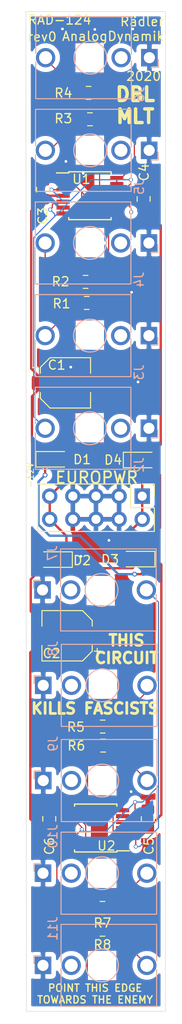
<source format=kicad_pcb>
(kicad_pcb (version 20171130) (host pcbnew "(5.1.2-1)-1")
  (layers (0 F.Cu signal) (31 B.Cu signal) (34 B.Paste user hide) (35 F.Paste user hide) (36 B.SilkS user) (37 F.SilkS user) (38 B.Mask user) (39 F.Mask user) (44 Edge.Cuts user))
  (net 0 "")
  (net 1 VCC)
  (net 2 GND)
  (net 3 VEE)
  (net 4 "Net-(R1-Pad2)")
  (net 5 "Net-(R2-Pad2)")
  (net 6 "Net-(R3-Pad2)")
  (net 7 "Net-(R4-Pad2)")
  (net 8 "Net-(R5-Pad2)")
  (net 9 "Net-(R6-Pad2)")
  (net 10 "Net-(R7-Pad2)")
  (net 11 "Net-(R8-Pad2)")
  (net 12 +12V)
  (net 13 -12V)
  (net 14 /A1Out)
  (net 15 /A2Out)
  (net 16 /A3Out)
  (net 17 /A4Out)
  (net 18 /B1Out)
  (net 19 /B2Out)
  (net 20 /B3Out)
  (net 21 /B4Out)
  (net 22 /AIn)
  (net 23 /BIn)
  (module Resistor_SMD:R_0805_2012Metric_Pad1.15x1.40mm_HandSolder (layer F.Cu) (at 161.2138 102.1842 180)
    (fp_text reference R6 (at 2.9464 -0.0254) (layer F.SilkS))
    (fp_text value 100)
    (pad 2 smd roundrect (at 1.025 0 180) (size 1.15 1.4) (layers F.Cu F.Paste F.Mask) (roundrect_rratio 0.217391) (net 9 "Net-(R6-Pad2)"))
    (pad 1 smd roundrect (at -1.025 0 180) (size 1.15 1.4) (layers F.Cu F.Paste F.Mask) (roundrect_rratio 0.217391) (net 19 /B2Out))
  )
  (module Diode_SMD:D_SOD-323_HandSoldering (layer F.Cu) (at 155.9306 81.788 180)
    (fp_text reference D2 (at -2.9718 -0.1016) (layer F.SilkS))
    (fp_text value D_Small_ALT)
    (pad 2 smd rect (at 1.25 0 180) (size 1 1) (layers F.Cu F.Paste F.Mask) (net 3 VEE))
    (pad 1 smd rect (at -1.25 0 180) (size 1 1) (layers F.Cu F.Paste F.Mask) (net 13 -12V))
  )
  (module Capacitor_SMD:C_0805_2012Metric_Pad1.15x1.40mm_HandSolder (layer F.Cu) (at 154.6098 41.2242 270)
    (fp_text reference C3 (at 2.8956 0.0254 90) (layer F.SilkS))
    (fp_text value 0.1u)
    (pad 2 smd roundrect (at 1.025 0 270) (size 1.15 1.4) (layers F.Cu F.Paste F.Mask) (roundrect_rratio 0.217391) (net 1 VCC))
    (pad 1 smd roundrect (at -1.025 0 270) (size 1.15 1.4) (layers F.Cu F.Paste F.Mask) (roundrect_rratio 0.217391) (net 2 GND))
  )
  (module Diode_SMD:D_SOD-323_HandSoldering (layer F.Cu) (at 155.7274 70.7898)
    (fp_text reference D1 (at 3.175 0.0254) (layer F.SilkS))
    (fp_text value D_Small_ALT)
    (pad 2 smd rect (at 1.25 0) (size 1 1) (layers F.Cu F.Paste F.Mask) (net 12 +12V))
    (pad 1 smd rect (at -1.25 0) (size 1 1) (layers F.Cu F.Paste F.Mask) (net 1 VCC))
  )
  (module Connector_Audio:Jack_3.5mm_QingPu_WQP-PJ398SM_Vertical_CircularHoles (layer B.Cu) (at 154.559 85.1154 270)
    (fp_text reference J7 (at -4.03 -1.08 90) (layer B.SilkS) (effects (justify mirror)))
    (fp_text value BIn)
    (pad T thru_hole circle (at 0 -11.4 90) (size 2.13 2.13) (drill 1.43) (layers *.Cu *.Mask) (net 23 /BIn))
    (pad S thru_hole rect (at 0 0 90) (size 1.93 1.83) (drill 1.22) (layers *.Cu *.Mask) (net 2 GND))
    (pad TN thru_hole circle (at 0 -3.1 90) (size 2.13 2.13) (drill 1.42) (layers *.Cu *.Mask))
  )
  (module Connector_PinHeader_2.54mm:PinHeader_2x05_P2.54mm_Vertical (layer F.Cu) (at 165.5064 74.8284 270)
    (fp_text reference J1 hide)
    (fp_text value EUROPWR (at -2.032 5.0038 180) (layer F.SilkS) (effects (font (size 1.27 1.27) (thickness 0.2032))))
    (fp_text user -12V (at -2.286 12.2682 90) (layer F.SilkS) (effects (font (size 0.7 0.7) (thickness 0.1))))
    (pad 10 thru_hole oval (at 2.54 10.16 270) (size 1.7 1.7) (drill 1) (layers *.Cu *.Mask) (net 13 -12V))
    (pad 9 thru_hole oval (at 0 10.16 270) (size 1.7 1.7) (drill 1) (layers *.Cu *.Mask) (net 13 -12V))
    (pad 8 thru_hole oval (at 2.54 7.62 270) (size 1.7 1.7) (drill 1) (layers *.Cu *.Mask) (net 2 GND))
    (pad 7 thru_hole oval (at 0 7.62 270) (size 1.7 1.7) (drill 1) (layers *.Cu *.Mask) (net 2 GND))
    (pad 6 thru_hole oval (at 2.54 5.08 270) (size 1.7 1.7) (drill 1) (layers *.Cu *.Mask) (net 2 GND))
    (pad 5 thru_hole oval (at 0 5.08 270) (size 1.7 1.7) (drill 1) (layers *.Cu *.Mask) (net 2 GND))
    (pad 4 thru_hole oval (at 2.54 2.54 270) (size 1.7 1.7) (drill 1) (layers *.Cu *.Mask) (net 2 GND))
    (pad 3 thru_hole oval (at 0 2.54 270) (size 1.7 1.7) (drill 1) (layers *.Cu *.Mask) (net 2 GND))
    (pad 2 thru_hole oval (at 2.54 0 270) (size 1.7 1.7) (drill 1) (layers *.Cu *.Mask) (net 12 +12V))
    (pad 1 thru_hole rect (at 0 0 270) (size 1.7 1.7) (drill 1) (layers *.Cu *.Mask) (net 12 +12V))
  )
  (module Connector_Audio:Jack_3.5mm_QingPu_WQP-PJ398SM_Vertical_CircularHoles (layer B.Cu) (at 166.243 67.3862 90)
    (fp_text reference J2 (at -4.03 -1.08 90) (layer B.SilkS) (effects (justify mirror)))
    (fp_text value AIn)
    (pad TN thru_hole circle (at 0 -3.1 270) (size 2.13 2.13) (drill 1.42) (layers *.Cu *.Mask))
    (pad S thru_hole rect (at 0 0 270) (size 1.93 1.83) (drill 1.22) (layers *.Cu *.Mask) (net 2 GND))
    (pad T thru_hole circle (at 0 -11.4 270) (size 2.13 2.13) (drill 1.43) (layers *.Cu *.Mask) (net 22 /AIn))
  )
  (module Connector_Audio:Jack_3.5mm_QingPu_WQP-PJ398SM_Vertical_CircularHoles (layer B.Cu) (at 166.243 57.2262 90)
    (fp_text reference J3 (at -4.03 -1.08 90) (layer B.SilkS) (effects (justify mirror)))
    (fp_text value A1Out)
    (pad TN thru_hole circle (at 0 -3.1 270) (size 2.13 2.13) (drill 1.42) (layers *.Cu *.Mask))
    (pad S thru_hole rect (at 0 0 270) (size 1.93 1.83) (drill 1.22) (layers *.Cu *.Mask) (net 2 GND))
    (pad T thru_hole circle (at 0 -11.4 270) (size 2.13 2.13) (drill 1.43) (layers *.Cu *.Mask) (net 14 /A1Out))
  )
  (module Connector_Audio:Jack_3.5mm_QingPu_WQP-PJ398SM_Vertical_CircularHoles (layer B.Cu) (at 166.243 47.0662 90)
    (fp_text reference J4 (at -4.03 -1.08 90) (layer B.SilkS) (effects (justify mirror)))
    (fp_text value A2Out)
    (pad T thru_hole circle (at 0 -11.4 270) (size 2.13 2.13) (drill 1.43) (layers *.Cu *.Mask) (net 15 /A2Out))
    (pad S thru_hole rect (at 0 0 270) (size 1.93 1.83) (drill 1.22) (layers *.Cu *.Mask) (net 2 GND))
    (pad TN thru_hole circle (at 0 -3.1 270) (size 2.13 2.13) (drill 1.42) (layers *.Cu *.Mask))
  )
  (module Connector_Audio:Jack_3.5mm_QingPu_WQP-PJ398SM_Vertical_CircularHoles (layer B.Cu) (at 166.2684 36.9062 90)
    (fp_text reference J5 (at -4.03 -1.08 90) (layer B.SilkS) (effects (justify mirror)))
    (fp_text value A3Out)
    (pad T thru_hole circle (at 0 -11.4 270) (size 2.13 2.13) (drill 1.43) (layers *.Cu *.Mask) (net 16 /A3Out))
    (pad S thru_hole rect (at 0 0 270) (size 1.93 1.83) (drill 1.22) (layers *.Cu *.Mask) (net 2 GND))
    (pad TN thru_hole circle (at 0 -3.1 270) (size 2.13 2.13) (drill 1.42) (layers *.Cu *.Mask))
  )
  (module Connector_Audio:Jack_3.5mm_QingPu_WQP-PJ398SM_Vertical_CircularHoles (layer B.Cu) (at 166.2938 26.7462 90)
    (fp_text reference J6 (at -4.03 -1.08 90) (layer B.SilkS) (effects (justify mirror)))
    (fp_text value A4Out)
    (pad TN thru_hole circle (at 0 -3.1 270) (size 2.13 2.13) (drill 1.42) (layers *.Cu *.Mask))
    (pad S thru_hole rect (at 0 0 270) (size 1.93 1.83) (drill 1.22) (layers *.Cu *.Mask) (net 2 GND))
    (pad T thru_hole circle (at 0 -11.4 270) (size 2.13 2.13) (drill 1.43) (layers *.Cu *.Mask) (net 17 /A4Out))
  )
  (module Connector_Audio:Jack_3.5mm_QingPu_WQP-PJ398SM_Vertical_CircularHoles (layer B.Cu) (at 154.6352 95.5802 270)
    (fp_text reference J8 (at -4.03 -1.08 90) (layer B.SilkS) (effects (justify mirror)))
    (fp_text value B1Out)
    (pad T thru_hole circle (at 0 -11.4 90) (size 2.13 2.13) (drill 1.43) (layers *.Cu *.Mask) (net 18 /B1Out))
    (pad S thru_hole rect (at 0 0 90) (size 1.93 1.83) (drill 1.22) (layers *.Cu *.Mask) (net 2 GND))
    (pad TN thru_hole circle (at 0 -3.1 90) (size 2.13 2.13) (drill 1.42) (layers *.Cu *.Mask))
  )
  (module Connector_Audio:Jack_3.5mm_QingPu_WQP-PJ398SM_Vertical_CircularHoles (layer B.Cu) (at 154.6098 116.1796 270)
    (fp_text reference J10 (at -4.03 -1.08 90) (layer B.SilkS) (effects (justify mirror)))
    (fp_text value B3Out)
    (pad TN thru_hole circle (at 0 -3.1 90) (size 2.13 2.13) (drill 1.42) (layers *.Cu *.Mask))
    (pad S thru_hole rect (at 0 0 90) (size 1.93 1.83) (drill 1.22) (layers *.Cu *.Mask) (net 2 GND))
    (pad T thru_hole circle (at 0 -11.4 90) (size 2.13 2.13) (drill 1.43) (layers *.Cu *.Mask) (net 20 /B3Out))
  )
  (module Connector_Audio:Jack_3.5mm_QingPu_WQP-PJ398SM_Vertical_CircularHoles (layer B.Cu) (at 154.6098 126.2888 270)
    (fp_text reference J11 (at -4.03 -1.08 90) (layer B.SilkS) (effects (justify mirror)))
    (fp_text value B4Out)
    (pad T thru_hole circle (at 0 -11.4 90) (size 2.13 2.13) (drill 1.43) (layers *.Cu *.Mask) (net 21 /B4Out))
    (pad S thru_hole rect (at 0 0 90) (size 1.93 1.83) (drill 1.22) (layers *.Cu *.Mask) (net 2 GND))
    (pad TN thru_hole circle (at 0 -3.1 90) (size 2.13 2.13) (drill 1.42) (layers *.Cu *.Mask))
  )
  (module Capacitor_SMD:CP_Elec_5x5.4 (layer F.Cu) (at 157.0736 62.4078)
    (fp_text reference C1 (at -0.9652 -1.9558) (layer F.SilkS))
    (fp_text value 10uF)
    (pad 1 smd roundrect (at -2.2 0) (size 3 1.6) (layers F.Cu F.Paste F.Mask) (roundrect_rratio 0.15625) (net 1 VCC))
    (pad 2 smd roundrect (at 2.2 0) (size 3 1.6) (layers F.Cu F.Paste F.Mask) (roundrect_rratio 0.15625) (net 2 GND))
  )
  (module Capacitor_SMD:CP_Elec_5x5.4 (layer F.Cu) (at 157.2514 90.1446 180)
    (fp_text reference C2 (at 1.7018 -1.9304) (layer F.SilkS))
    (fp_text value 10uF)
    (pad 2 smd roundrect (at 2.2 0 180) (size 3 1.6) (layers F.Cu F.Paste F.Mask) (roundrect_rratio 0.15625) (net 3 VEE))
    (pad 1 smd roundrect (at -2.2 0 180) (size 3 1.6) (layers F.Cu F.Paste F.Mask) (roundrect_rratio 0.15625) (net 2 GND))
  )
  (module Capacitor_SMD:C_0805_2012Metric_Pad1.15x1.40mm_HandSolder (layer F.Cu) (at 165.6588 42.2402 270)
    (fp_text reference C4 (at -2.921 -0.0508 90) (layer F.SilkS))
    (fp_text value 0.1u)
    (pad 1 smd roundrect (at -1.025 0 270) (size 1.15 1.4) (layers F.Cu F.Paste F.Mask) (roundrect_rratio 0.217391) (net 2 GND))
    (pad 2 smd roundrect (at 1.025 0 270) (size 1.15 1.4) (layers F.Cu F.Paste F.Mask) (roundrect_rratio 0.217391) (net 3 VEE))
  )
  (module Capacitor_SMD:C_0805_2012Metric_Pad1.15x1.40mm_HandSolder (layer F.Cu) (at 166.116 110.236 90)
    (fp_text reference C5 (at -2.9718 0.127 90) (layer F.SilkS))
    (fp_text value 0.1u)
    (pad 1 smd roundrect (at -1.025 0 90) (size 1.15 1.4) (layers F.Cu F.Paste F.Mask) (roundrect_rratio 0.217391) (net 1 VCC))
    (pad 2 smd roundrect (at 1.025 0 90) (size 1.15 1.4) (layers F.Cu F.Paste F.Mask) (roundrect_rratio 0.217391) (net 2 GND))
  )
  (module Capacitor_SMD:C_0805_2012Metric_Pad1.15x1.40mm_HandSolder (layer F.Cu) (at 155.2956 110.2106 90)
    (fp_text reference C6 (at -2.9972 0.0254 90) (layer F.SilkS))
    (fp_text value 0.1u)
    (pad 2 smd roundrect (at 1.025 0 90) (size 1.15 1.4) (layers F.Cu F.Paste F.Mask) (roundrect_rratio 0.217391) (net 2 GND))
    (pad 1 smd roundrect (at -1.025 0 90) (size 1.15 1.4) (layers F.Cu F.Paste F.Mask) (roundrect_rratio 0.217391) (net 3 VEE))
  )
  (module Connector_Audio:Jack_3.5mm_QingPu_WQP-PJ398SM_Vertical_CircularHoles (layer B.Cu) (at 154.6352 106.0196 270)
    (fp_text reference J9 (at -4.03 -1.08 270) (layer B.SilkS) (effects (justify mirror)))
    (fp_text value B2Out)
    (pad TN thru_hole circle (at 0 -3.1 90) (size 2.13 2.13) (drill 1.42) (layers *.Cu *.Mask))
    (pad S thru_hole rect (at 0 0 90) (size 1.93 1.83) (drill 1.22) (layers *.Cu *.Mask) (net 2 GND))
    (pad T thru_hole circle (at 0 -11.4 90) (size 2.13 2.13) (drill 1.43) (layers *.Cu *.Mask) (net 19 /B2Out))
  )
  (module Resistor_SMD:R_0805_2012Metric_Pad1.15x1.40mm_HandSolder (layer F.Cu) (at 159.4104 53.6448)
    (fp_text reference R1 (at -2.7686 0.0762) (layer F.SilkS))
    (fp_text value 100)
    (pad 2 smd roundrect (at 1.025 0) (size 1.15 1.4) (layers F.Cu F.Paste F.Mask) (roundrect_rratio 0.217391) (net 4 "Net-(R1-Pad2)"))
    (pad 1 smd roundrect (at -1.025 0) (size 1.15 1.4) (layers F.Cu F.Paste F.Mask) (roundrect_rratio 0.217391) (net 14 /A1Out))
  )
  (module Resistor_SMD:R_0805_2012Metric_Pad1.15x1.40mm_HandSolder (layer F.Cu) (at 159.2834 51.3334)
    (fp_text reference R2 (at -2.7432 -0.0254) (layer F.SilkS))
    (fp_text value 100)
    (pad 1 smd roundrect (at -1.025 0) (size 1.15 1.4) (layers F.Cu F.Paste F.Mask) (roundrect_rratio 0.217391) (net 15 /A2Out))
    (pad 2 smd roundrect (at 1.025 0) (size 1.15 1.4) (layers F.Cu F.Paste F.Mask) (roundrect_rratio 0.217391) (net 5 "Net-(R2-Pad2)"))
  )
  (module Resistor_SMD:R_0805_2012Metric_Pad1.15x1.40mm_HandSolder (layer F.Cu) (at 159.766 33.5026)
    (fp_text reference R3 (at -2.921 -0.0762) (layer F.SilkS))
    (fp_text value 100)
    (pad 2 smd roundrect (at 1.025 0) (size 1.15 1.4) (layers F.Cu F.Paste F.Mask) (roundrect_rratio 0.217391) (net 6 "Net-(R3-Pad2)"))
    (pad 1 smd roundrect (at -1.025 0) (size 1.15 1.4) (layers F.Cu F.Paste F.Mask) (roundrect_rratio 0.217391) (net 16 /A3Out))
  )
  (module Resistor_SMD:R_0805_2012Metric_Pad1.15x1.40mm_HandSolder (layer F.Cu) (at 159.6136 30.607)
    (fp_text reference R4 (at -2.7686 0.0254) (layer F.SilkS))
    (fp_text value 100)
    (pad 1 smd roundrect (at -1.025 0) (size 1.15 1.4) (layers F.Cu F.Paste F.Mask) (roundrect_rratio 0.217391) (net 17 /A4Out))
    (pad 2 smd roundrect (at 1.025 0) (size 1.15 1.4) (layers F.Cu F.Paste F.Mask) (roundrect_rratio 0.217391) (net 7 "Net-(R4-Pad2)"))
  )
  (module Resistor_SMD:R_0805_2012Metric_Pad1.15x1.40mm_HandSolder (layer F.Cu) (at 161.163 100.1014 180)
    (fp_text reference R5 (at 2.9464 -0.0508) (layer F.SilkS))
    (fp_text value 100)
    (pad 1 smd roundrect (at -1.025 0 180) (size 1.15 1.4) (layers F.Cu F.Paste F.Mask) (roundrect_rratio 0.217391) (net 18 /B1Out))
    (pad 2 smd roundrect (at 1.025 0 180) (size 1.15 1.4) (layers F.Cu F.Paste F.Mask) (roundrect_rratio 0.217391) (net 8 "Net-(R5-Pad2)"))
  )
  (module Resistor_SMD:R_0805_2012Metric_Pad1.15x1.40mm_HandSolder (layer F.Cu) (at 161.1376 119.9896 180)
    (fp_text reference R7 (at 0 -1.65) (layer F.SilkS))
    (fp_text value 100)
    (pad 1 smd roundrect (at -1.025 0 180) (size 1.15 1.4) (layers F.Cu F.Paste F.Mask) (roundrect_rratio 0.217391) (net 20 /B3Out))
    (pad 2 smd roundrect (at 1.025 0 180) (size 1.15 1.4) (layers F.Cu F.Paste F.Mask) (roundrect_rratio 0.217391) (net 10 "Net-(R7-Pad2)"))
  )
  (module Resistor_SMD:R_0805_2012Metric_Pad1.15x1.40mm_HandSolder (layer F.Cu) (at 161.1376 122.3772 180)
    (fp_text reference R8 (at 0 -1.65) (layer F.SilkS))
    (fp_text value 100)
    (pad 2 smd roundrect (at 1.025 0 180) (size 1.15 1.4) (layers F.Cu F.Paste F.Mask) (roundrect_rratio 0.217391) (net 11 "Net-(R8-Pad2)"))
    (pad 1 smd roundrect (at -1.025 0 180) (size 1.15 1.4) (layers F.Cu F.Paste F.Mask) (roundrect_rratio 0.217391) (net 21 /B4Out))
  )
  (module Package_SO:TSSOP-14_4.4x5mm_P0.65mm (layer F.Cu) (at 159.766 41.8846)
    (fp_text reference U1 (at -0.9398 -1.8034 180) (layer F.SilkS))
    (fp_text value TL074)
    (pad 1 smd rect (at -2.95 -1.95) (size 1.45 0.45) (layers F.Cu F.Paste F.Mask) (net 4 "Net-(R1-Pad2)"))
    (pad 2 smd rect (at -2.95 -1.3) (size 1.45 0.45) (layers F.Cu F.Paste F.Mask) (net 4 "Net-(R1-Pad2)"))
    (pad 3 smd rect (at -2.95 -0.65) (size 1.45 0.45) (layers F.Cu F.Paste F.Mask) (net 22 /AIn))
    (pad 4 smd rect (at -2.95 0) (size 1.45 0.45) (layers F.Cu F.Paste F.Mask) (net 1 VCC))
    (pad 5 smd rect (at -2.95 0.65) (size 1.45 0.45) (layers F.Cu F.Paste F.Mask) (net 22 /AIn))
    (pad 6 smd rect (at -2.95 1.3) (size 1.45 0.45) (layers F.Cu F.Paste F.Mask) (net 5 "Net-(R2-Pad2)"))
    (pad 7 smd rect (at -2.95 1.95) (size 1.45 0.45) (layers F.Cu F.Paste F.Mask) (net 5 "Net-(R2-Pad2)"))
    (pad 8 smd rect (at 2.95 1.95) (size 1.45 0.45) (layers F.Cu F.Paste F.Mask) (net 6 "Net-(R3-Pad2)"))
    (pad 9 smd rect (at 2.95 1.3) (size 1.45 0.45) (layers F.Cu F.Paste F.Mask) (net 6 "Net-(R3-Pad2)"))
    (pad 10 smd rect (at 2.95 0.65) (size 1.45 0.45) (layers F.Cu F.Paste F.Mask) (net 22 /AIn))
    (pad 11 smd rect (at 2.95 0) (size 1.45 0.45) (layers F.Cu F.Paste F.Mask) (net 3 VEE))
    (pad 12 smd rect (at 2.95 -0.65) (size 1.45 0.45) (layers F.Cu F.Paste F.Mask) (net 22 /AIn))
    (pad 13 smd rect (at 2.95 -1.3) (size 1.45 0.45) (layers F.Cu F.Paste F.Mask) (net 7 "Net-(R4-Pad2)"))
    (pad 14 smd rect (at 2.95 -1.95) (size 1.45 0.45) (layers F.Cu F.Paste F.Mask) (net 7 "Net-(R4-Pad2)"))
  )
  (module Package_SO:TSSOP-14_4.4x5mm_P0.65mm (layer F.Cu) (at 160.401 111.2266 180)
    (fp_text reference U2 (at -1.1684 -1.9558) (layer F.SilkS))
    (fp_text value TL074)
    (pad 14 smd rect (at 2.95 -1.95 180) (size 1.45 0.45) (layers F.Cu F.Paste F.Mask) (net 11 "Net-(R8-Pad2)"))
    (pad 13 smd rect (at 2.95 -1.3 180) (size 1.45 0.45) (layers F.Cu F.Paste F.Mask) (net 11 "Net-(R8-Pad2)"))
    (pad 12 smd rect (at 2.95 -0.65 180) (size 1.45 0.45) (layers F.Cu F.Paste F.Mask) (net 23 /BIn))
    (pad 11 smd rect (at 2.95 0 180) (size 1.45 0.45) (layers F.Cu F.Paste F.Mask) (net 3 VEE))
    (pad 10 smd rect (at 2.95 0.65 180) (size 1.45 0.45) (layers F.Cu F.Paste F.Mask) (net 23 /BIn))
    (pad 9 smd rect (at 2.95 1.3 180) (size 1.45 0.45) (layers F.Cu F.Paste F.Mask) (net 10 "Net-(R7-Pad2)"))
    (pad 8 smd rect (at 2.95 1.95 180) (size 1.45 0.45) (layers F.Cu F.Paste F.Mask) (net 10 "Net-(R7-Pad2)"))
    (pad 7 smd rect (at -2.95 1.95 180) (size 1.45 0.45) (layers F.Cu F.Paste F.Mask) (net 9 "Net-(R6-Pad2)"))
    (pad 6 smd rect (at -2.95 1.3 180) (size 1.45 0.45) (layers F.Cu F.Paste F.Mask) (net 9 "Net-(R6-Pad2)"))
    (pad 5 smd rect (at -2.95 0.65 180) (size 1.45 0.45) (layers F.Cu F.Paste F.Mask) (net 23 /BIn))
    (pad 4 smd rect (at -2.95 0 180) (size 1.45 0.45) (layers F.Cu F.Paste F.Mask) (net 1 VCC))
    (pad 3 smd rect (at -2.95 -0.65 180) (size 1.45 0.45) (layers F.Cu F.Paste F.Mask) (net 23 /BIn))
    (pad 2 smd rect (at -2.95 -1.3 180) (size 1.45 0.45) (layers F.Cu F.Paste F.Mask) (net 8 "Net-(R5-Pad2)"))
    (pad 1 smd rect (at -2.95 -1.95 180) (size 1.45 0.45) (layers F.Cu F.Paste F.Mask) (net 8 "Net-(R5-Pad2)"))
  )
  (module Diode_SMD:D_SOD-323_HandSoldering (layer F.Cu) (at 164.9984 81.7372 180)
    (fp_text reference D3 (at 3.0226 -0.0508) (layer F.SilkS))
    (fp_text value D_Small_ALT)
    (pad 1 smd rect (at -1.25 0 180) (size 1 1) (layers F.Cu F.Paste F.Mask) (net 1 VCC))
    (pad 2 smd rect (at 1.25 0 180) (size 1 1) (layers F.Cu F.Paste F.Mask) (net 12 +12V))
  )
  (module Diode_SMD:D_SOD-323_HandSoldering (layer F.Cu) (at 165.3286 70.866)
    (fp_text reference D4 (at -3.0226 0) (layer F.SilkS))
    (fp_text value D_Small_ALT)
    (pad 2 smd rect (at 1.25 0) (size 1 1) (layers F.Cu F.Paste F.Mask) (net 3 VEE))
    (pad 1 smd rect (at -1.25 0) (size 1 1) (layers F.Cu F.Paste F.Mask) (net 13 -12V))
  )
  (gr_text rev0 (at 154.5082 24.4602) (layer F.SilkS) (effects (font (size 1 1))))
  (gr_text 2020 (at 165.6588 28.7782) (layer F.SilkS) (effects (font (size 1 1))))
  (gr_text "Rädler\nAnalogDynamik" (at 167.9956 23.5966) (layer F.SilkS) (effects (font (size 1 1)) (justify right)))
  (gr_text "DBL\nMLT" (at 164.7444 31.9786) (layer F.SilkS) (effects (font (size 1.5 1.5) (thickness 0.375))))
  (gr_text "KILLS FASCISTS" (at 160.3248 98.1202) (layer F.SilkS) (effects (font (size 1.2 1.2) (thickness 0.3))))
  (gr_text "THIS\nCIRCUIT" (at 163.7792 91.6178) (layer F.SilkS) (effects (font (size 1.2 1.2) (thickness 0.3))))
  (gr_text RAD-124 (at 156.4386 22.606) (layer F.SilkS) (effects (font (size 1 1))))
  (gr_text "POINT THIS EDGE\nTOWARDS THE ENEMY" (at 160.3248 129.413) (layer F.SilkS) (effects (font (size 0.8 0.8))))
  (gr_line (start 152.7302 21.6916) (end 152.7302 21.7678) (layer Edge.Cuts) (width 0.05))
  (gr_line (start 168.0718 21.6916) (end 152.7302 21.6916) (layer Edge.Cuts) (width 0.05))
  (gr_line (start 168.0464 131.318) (end 168.0718 21.6916) (layer Edge.Cuts) (width 0.05))
  (gr_line (start 152.781 131.318) (end 152.7302 21.7678) (layer Edge.Cuts) (width 0.05))
  (gr_line (start 168.0464 131.318) (end 152.781 131.318) (layer Edge.Cuts) (width 0.05))
  (segment (start 163.3854 111.261) (end 163.351 111.2266) (width 0.254) (layer F.Cu) (net 1))
  (segment (start 166.116 111.261) (end 163.3854 111.261) (width 0.254) (layer F.Cu) (net 1))
  (segment (start 166.116 111.261) (end 167.605201 109.771799) (width 0.254) (layer F.Cu) (net 1))
  (segment (start 156.807 41.8756) (end 156.816 41.8846) (width 0.254) (layer F.Cu) (net 1))
  (segment (start 154.9744 41.8846) (end 156.816 41.8846) (width 0.254) (layer F.Cu) (net 1))
  (segment (start 154.6098 42.2492) (end 154.9744 41.8846) (width 0.254) (layer F.Cu) (net 1))
  (segment (start 153.314391 60.848591) (end 154.8736 62.4078) (width 0.254) (layer F.Cu) (net 1))
  (segment (start 153.314391 43.544609) (end 153.314391 60.848591) (width 0.254) (layer F.Cu) (net 1))
  (segment (start 154.6098 42.2492) (end 153.314391 43.544609) (width 0.254) (layer F.Cu) (net 1))
  (segment (start 167.605201 82.340001) (end 167.605201 109.771799) (width 0.254) (layer F.Cu) (net 1))
  (segment (start 167.0024 81.7372) (end 167.605201 82.340001) (width 0.254) (layer F.Cu) (net 1))
  (segment (start 166.2484 81.7372) (end 167.0024 81.7372) (width 0.254) (layer F.Cu) (net 1))
  (segment (start 153.5098 63.7716) (end 154.8736 62.4078) (width 0.254) (layer F.Cu) (net 1))
  (segment (start 153.396999 63.884401) (end 153.5098 63.7716) (width 0.254) (layer F.Cu) (net 1))
  (segment (start 153.396999 68.955399) (end 153.396999 63.884401) (width 0.254) (layer F.Cu) (net 1))
  (segment (start 154.4774 70.0358) (end 153.396999 68.955399) (width 0.254) (layer F.Cu) (net 1))
  (segment (start 154.4774 70.7898) (end 154.4774 70.0358) (width 0.254) (layer F.Cu) (net 1))
  (segment (start 165.3514 83.3882) (end 164.6682 83.3882) (width 0.254) (layer F.Cu) (net 1))
  (segment (start 166.2484 82.4912) (end 165.3514 83.3882) (width 0.254) (layer F.Cu) (net 1))
  (via (at 164.6682 83.3882) (size 0.54) (drill 0.3) (layers F.Cu B.Cu) (net 1))
  (segment (start 166.2484 81.7372) (end 166.2484 82.4912) (width 0.254) (layer F.Cu) (net 1))
  (segment (start 154.115399 77.959281) (end 154.115399 73.240001) (width 0.254) (layer B.Cu) (net 1))
  (segment (start 155.327918 79.1718) (end 154.115399 77.959281) (width 0.254) (layer B.Cu) (net 1))
  (segment (start 158.65383 79.1718) (end 155.327918 79.1718) (width 0.254) (layer B.Cu) (net 1))
  (segment (start 162.87023 83.3882) (end 158.65383 79.1718) (width 0.254) (layer B.Cu) (net 1))
  (segment (start 164.6682 83.3882) (end 162.87023 83.3882) (width 0.254) (layer B.Cu) (net 1))
  (via (at 154.8384 72.517) (size 0.54) (drill 0.3) (layers F.Cu B.Cu) (net 1))
  (segment (start 154.115399 73.240001) (end 154.8384 72.517) (width 0.254) (layer B.Cu) (net 1))
  (segment (start 154.8384 71.1508) (end 154.4774 70.7898) (width 0.254) (layer F.Cu) (net 1))
  (segment (start 154.8384 72.517) (end 154.8384 71.1508) (width 0.254) (layer F.Cu) (net 1))
  (segment (start 155.2956 109.1856) (end 155.2956 108.8136) (width 0.254) (layer F.Cu) (net 2))
  (segment (start 166.116 109.211) (end 166.116 108.7882) (width 0.254) (layer F.Cu) (net 2))
  (via (at 164.338 52.4764) (size 0.45) (drill 0.3) (layers F.Cu B.Cu) (net 2))
  (via (at 165.227 30.0736) (size 0.45) (drill 0.3) (layers F.Cu B.Cu) (net 2))
  (via (at 157.1244 38.1254) (size 0.45) (drill 0.3) (layers F.Cu B.Cu) (net 2))
  (via (at 159.0294 39.4208) (size 0.45) (drill 0.3) (layers F.Cu B.Cu) (net 2))
  (via (at 156.7434 23.5966) (size 0.45) (drill 0.3) (layers F.Cu B.Cu) (net 2))
  (via (at 160.2994 23.6474) (size 0.45) (drill 0.3) (layers F.Cu B.Cu) (net 2))
  (via (at 164.465 23.5966) (size 0.45) (drill 0.3) (layers F.Cu B.Cu) (net 2))
  (via (at 165.0492 62.3062) (size 0.45) (drill 0.3) (layers F.Cu B.Cu) (net 2))
  (via (at 161.8488 79.6798) (size 0.54) (drill 0.3) (layers F.Cu B.Cu) (net 2))
  (via (at 158.7754 81.4324) (size 0.54) (drill 0.3) (layers F.Cu B.Cu) (net 2))
  (via (at 164.2872 107.2388) (size 0.45) (drill 0.3) (layers F.Cu B.Cu) (net 2))
  (via (at 157.6578 60.6806) (size 0.45) (drill 0.3) (layers F.Cu B.Cu) (net 2))
  (segment (start 155.3046 111.2266) (end 155.2956 111.2356) (width 0.254) (layer F.Cu) (net 3))
  (segment (start 157.451 111.2266) (end 155.3046 111.2266) (width 0.254) (layer F.Cu) (net 3))
  (segment (start 164.2782 41.8846) (end 165.6588 43.2652) (width 0.254) (layer F.Cu) (net 3))
  (segment (start 162.716 41.8846) (end 164.2782 41.8846) (width 0.254) (layer F.Cu) (net 3))
  (segment (start 155.92211 89.27389) (end 155.0514 90.1446) (width 0.254) (layer F.Cu) (net 3))
  (segment (start 153.2128 110.236) (end 153.2128 91.9832) (width 0.254) (layer F.Cu) (net 3))
  (segment (start 153.2128 91.9832) (end 155.0514 90.1446) (width 0.254) (layer F.Cu) (net 3))
  (segment (start 154.2124 111.2356) (end 153.2128 110.236) (width 0.254) (layer F.Cu) (net 3))
  (segment (start 155.2956 111.2356) (end 154.2124 111.2356) (width 0.254) (layer F.Cu) (net 3))
  (segment (start 154.6806 82.542) (end 154.6806 81.788) (width 0.254) (layer F.Cu) (net 3))
  (segment (start 153.262999 87.456199) (end 153.262999 83.959601) (width 0.254) (layer F.Cu) (net 3))
  (segment (start 155.0514 89.2446) (end 153.262999 87.456199) (width 0.254) (layer F.Cu) (net 3))
  (segment (start 155.0514 90.1446) (end 155.0514 89.2446) (width 0.254) (layer F.Cu) (net 3))
  (segment (start 166.282172 43.888572) (end 165.6588 43.2652) (width 0.254) (layer F.Cu) (net 3))
  (segment (start 167.539001 45.145401) (end 166.282172 43.888572) (width 0.254) (layer F.Cu) (net 3))
  (segment (start 167.539001 69.151599) (end 167.539001 45.145401) (width 0.254) (layer F.Cu) (net 3))
  (segment (start 166.5786 70.112) (end 167.539001 69.151599) (width 0.254) (layer F.Cu) (net 3))
  (segment (start 166.5786 70.866) (end 166.5786 70.112) (width 0.254) (layer F.Cu) (net 3))
  (segment (start 165.367399 81.804003) (end 165.367399 80.403001) (width 0.254) (layer F.Cu) (net 3))
  (segment (start 153.7014 83.5212) (end 154.485401 82.737199) (width 0.254) (layer F.Cu) (net 3))
  (segment (start 154.485401 82.737199) (end 164.434203 82.737199) (width 0.254) (layer F.Cu) (net 3))
  (segment (start 153.262999 83.959601) (end 153.7014 83.5212) (width 0.254) (layer F.Cu) (net 3))
  (segment (start 164.434203 82.737199) (end 165.367399 81.804003) (width 0.254) (layer F.Cu) (net 3))
  (segment (start 153.7014 83.5212) (end 154.6806 82.542) (width 0.254) (layer F.Cu) (net 3))
  (segment (start 165.367399 80.403001) (end 167.4622 78.3082) (width 0.254) (layer F.Cu) (net 3))
  (segment (start 166.5786 71.62) (end 166.5786 70.866) (width 0.254) (layer F.Cu) (net 3))
  (segment (start 167.4622 72.5036) (end 166.5786 71.62) (width 0.254) (layer F.Cu) (net 3))
  (segment (start 167.4622 78.3082) (end 167.4622 72.5036) (width 0.254) (layer F.Cu) (net 3))
  (segment (start 156.816 40.5846) (end 156.816 39.9346) (width 0.127) (layer F.Cu) (net 4))
  (segment (start 157.316 39.9346) (end 156.816 39.9346) (width 0.127) (layer F.Cu) (net 4))
  (segment (start 158.859938 44.4246) (end 158.859938 41.478538) (width 0.127) (layer F.Cu) (net 4))
  (segment (start 161.814499 52.265701) (end 161.058772 53.021428) (width 0.127) (layer F.Cu) (net 4))
  (segment (start 161.058772 53.021428) (end 160.4354 53.6448) (width 0.127) (layer F.Cu) (net 4))
  (segment (start 161.814499 44.433099) (end 161.814499 52.265701) (width 0.127) (layer F.Cu) (net 4))
  (segment (start 158.7921 41.4107) (end 161.814499 44.433099) (width 0.127) (layer F.Cu) (net 4))
  (segment (start 158.859938 41.478538) (end 158.7921 41.4107) (width 0.127) (layer F.Cu) (net 4))
  (segment (start 158.7921 41.4107) (end 157.316 39.9346) (width 0.127) (layer F.Cu) (net 4))
  (segment (start 156.816 43.8346) (end 156.816 43.1846) (width 0.127) (layer F.Cu) (net 5))
  (segment (start 157.668 43.8346) (end 157.8356 44.0022) (width 0.127) (layer F.Cu) (net 5))
  (segment (start 156.816 43.8346) (end 157.668 43.8346) (width 0.127) (layer F.Cu) (net 5))
  (segment (start 157.8356 48.8606) (end 160.3084 51.3334) (width 0.127) (layer F.Cu) (net 5))
  (segment (start 157.8356 45.0088) (end 157.8356 48.8606) (width 0.127) (layer F.Cu) (net 5))
  (segment (start 157.8356 44.0022) (end 157.8356 45.0088) (width 0.127) (layer F.Cu) (net 5))
  (segment (start 157.8356 45.0088) (end 157.8356 45.089714) (width 0.127) (layer F.Cu) (net 5))
  (segment (start 162.716 43.8346) (end 162.216 43.8346) (width 0.127) (layer F.Cu) (net 6))
  (segment (start 162.716 43.8346) (end 162.716 43.1846) (width 0.127) (layer F.Cu) (net 6))
  (segment (start 161.60431 35.146048) (end 161.60431 38.615552) (width 0.127) (layer F.Cu) (net 6))
  (segment (start 161.60431 38.615552) (end 160.824462 39.3954) (width 0.127) (layer F.Cu) (net 6))
  (segment (start 160.791 34.332738) (end 161.60431 35.146048) (width 0.127) (layer F.Cu) (net 6))
  (segment (start 160.791 33.5026) (end 160.791 34.332738) (width 0.127) (layer F.Cu) (net 6))
  (segment (start 161.864 43.1846) (end 162.716 43.1846) (width 0.127) (layer F.Cu) (net 6))
  (segment (start 160.824462 42.145062) (end 161.864 43.1846) (width 0.127) (layer F.Cu) (net 6))
  (segment (start 160.824462 39.3954) (end 160.824462 42.145062) (width 0.127) (layer F.Cu) (net 6))
  (segment (start 162.716 39.9346) (end 162.716 40.5846) (width 0.127) (layer F.Cu) (net 7))
  (segment (start 163.216 39.9346) (end 164.6428 38.5078) (width 0.127) (layer F.Cu) (net 7))
  (segment (start 162.716 39.9346) (end 163.216 39.9346) (width 0.127) (layer F.Cu) (net 7))
  (segment (start 164.6428 34.6112) (end 160.6386 30.607) (width 0.127) (layer F.Cu) (net 7))
  (segment (start 164.6428 38.5078) (end 164.6428 34.6112) (width 0.127) (layer F.Cu) (net 7))
  (segment (start 163.351 113.1766) (end 163.351 112.5266) (width 0.127) (layer F.Cu) (net 8))
  (segment (start 162.308499 112.336099) (end 162.308499 108.861901) (width 0.127) (layer F.Cu) (net 8))
  (segment (start 162.499 112.5266) (end 162.308499 112.336099) (width 0.127) (layer F.Cu) (net 8))
  (segment (start 163.351 112.5266) (end 162.499 112.5266) (width 0.127) (layer F.Cu) (net 8))
  (segment (start 160.138 100.0596) (end 160.138 100.1014) (width 0.127) (layer F.Cu) (net 8))
  (segment (start 159.463 100.1014) (end 159.0802 100.4842) (width 0.127) (layer F.Cu) (net 8))
  (segment (start 160.138 100.1014) (end 159.463 100.1014) (width 0.127) (layer F.Cu) (net 8))
  (segment (start 162.821552 104.13049) (end 163.1442 104.453138) (width 0.127) (layer F.Cu) (net 8))
  (segment (start 160.737112 104.13049) (end 162.821552 104.13049) (width 0.127) (layer F.Cu) (net 8))
  (segment (start 159.0802 102.473578) (end 160.737112 104.13049) (width 0.127) (layer F.Cu) (net 8))
  (segment (start 159.0802 100.4842) (end 159.0802 102.473578) (width 0.127) (layer F.Cu) (net 8))
  (segment (start 163.1442 108.0262) (end 162.308499 108.861901) (width 0.127) (layer F.Cu) (net 8))
  (segment (start 163.1442 104.453138) (end 163.1442 108.0262) (width 0.127) (layer F.Cu) (net 8))
  (segment (start 163.351 109.9266) (end 163.351 109.2766) (width 0.127) (layer F.Cu) (net 9))
  (segment (start 163.351 109.2766) (end 163.851 109.2766) (width 0.127) (layer F.Cu) (net 9))
  (segment (start 163.351 108.683) (end 163.4236 108.6104) (width 0.127) (layer F.Cu) (net 9))
  (segment (start 163.351 109.2766) (end 163.351 108.683) (width 0.127) (layer F.Cu) (net 9))
  (segment (start 163.398209 104.347923) (end 162.926766 103.87648) (width 0.127) (layer F.Cu) (net 9))
  (segment (start 163.39821 108.131414) (end 163.398209 104.347923) (width 0.127) (layer F.Cu) (net 9))
  (segment (start 163.351 108.178624) (end 163.39821 108.131414) (width 0.127) (layer F.Cu) (net 9))
  (segment (start 163.351 108.683) (end 163.351 108.178624) (width 0.127) (layer F.Cu) (net 9))
  (segment (start 162.926766 103.87648) (end 161.07728 103.87648) (width 0.127) (layer F.Cu) (net 9))
  (segment (start 160.1888 102.988) (end 160.1888 102.1842) (width 0.127) (layer F.Cu) (net 9))
  (segment (start 161.07728 103.87648) (end 160.1888 102.988) (width 0.127) (layer F.Cu) (net 9))
  (segment (start 157.451 109.9266) (end 157.451 109.2766) (width 0.127) (layer F.Cu) (net 10))
  (segment (start 159.489228 119.366228) (end 160.1126 119.9896) (width 0.127) (layer F.Cu) (net 10))
  (segment (start 159.29929 119.17629) (end 159.489228 119.366228) (width 0.127) (layer F.Cu) (net 10))
  (segment (start 158.303 109.9266) (end 159.29929 110.92289) (width 0.127) (layer F.Cu) (net 10))
  (segment (start 159.29929 110.92289) (end 159.29929 119.17629) (width 0.127) (layer F.Cu) (net 10))
  (segment (start 157.451 109.9266) (end 158.303 109.9266) (width 0.127) (layer F.Cu) (net 10))
  (segment (start 157.451 113.1766) (end 157.451 112.5266) (width 0.127) (layer F.Cu) (net 11))
  (segment (start 157.451 113.1766) (end 157.451 113.5286) (width 0.127) (layer F.Cu) (net 11))
  (segment (start 159.4376 122.3772) (end 156.1338 119.0734) (width 0.127) (layer F.Cu) (net 11))
  (segment (start 160.1126 122.3772) (end 159.4376 122.3772) (width 0.127) (layer F.Cu) (net 11))
  (segment (start 156.1338 114.8458) (end 156.5337 114.4459) (width 0.127) (layer F.Cu) (net 11))
  (segment (start 156.1338 119.0734) (end 156.1338 114.8458) (width 0.127) (layer F.Cu) (net 11))
  (segment (start 156.5337 114.4459) (end 156.454299 114.525301) (width 0.127) (layer F.Cu) (net 11))
  (segment (start 157.451 113.5286) (end 156.5337 114.4459) (width 0.127) (layer F.Cu) (net 11))
  (segment (start 163.7484 79.1264) (end 165.5064 77.3684) (width 0.254) (layer F.Cu) (net 12))
  (segment (start 163.7484 81.7372) (end 163.7484 79.1264) (width 0.254) (layer F.Cu) (net 12))
  (segment (start 165.5064 73.7244) (end 165.5064 74.8284) (width 0.254) (layer F.Cu) (net 12))
  (segment (start 165.5064 70.607998) (end 165.5064 73.7244) (width 0.254) (layer F.Cu) (net 12))
  (segment (start 164.883401 69.984999) (end 165.5064 70.607998) (width 0.254) (layer F.Cu) (net 12))
  (segment (start 160.804831 69.984999) (end 164.883401 69.984999) (width 0.254) (layer F.Cu) (net 12))
  (segment (start 160.00003 70.7898) (end 160.804831 69.984999) (width 0.254) (layer F.Cu) (net 12))
  (segment (start 156.9774 70.7898) (end 160.00003 70.7898) (width 0.254) (layer F.Cu) (net 12))
  (segment (start 165.5064 77.3684) (end 165.5064 74.8284) (width 0.254) (layer F.Cu) (net 12))
  (segment (start 157.1806 79.2026) (end 155.3464 77.3684) (width 0.254) (layer F.Cu) (net 13))
  (segment (start 157.1806 81.788) (end 157.1806 79.2026) (width 0.254) (layer F.Cu) (net 13))
  (segment (start 162.89279 71.29781) (end 163.3246 70.866) (width 0.254) (layer F.Cu) (net 13))
  (segment (start 158.87699 71.29781) (end 162.89279 71.29781) (width 0.254) (layer F.Cu) (net 13))
  (segment (start 163.3246 70.866) (end 164.0786 70.866) (width 0.254) (layer F.Cu) (net 13))
  (segment (start 155.3464 74.8284) (end 158.87699 71.29781) (width 0.254) (layer F.Cu) (net 13))
  (segment (start 155.3464 77.3684) (end 155.3464 74.8284) (width 0.254) (layer F.Cu) (net 13))
  (segment (start 155.6856 57.2262) (end 154.843 57.2262) (width 0.127) (layer F.Cu) (net 14))
  (segment (start 154.843 57.1872) (end 154.843 57.2262) (width 0.127) (layer F.Cu) (net 14))
  (segment (start 158.3854 53.6448) (end 154.843 57.1872) (width 0.127) (layer F.Cu) (net 14))
  (segment (start 158.222663 51.952) (end 158.9786 51.952) (width 0.127) (layer F.Cu) (net 15))
  (segment (start 154.843 48.593) (end 154.843 48.3824) (width 0.127) (layer F.Cu) (net 15))
  (segment (start 157.5834 51.3334) (end 154.843 48.593) (width 0.127) (layer F.Cu) (net 15))
  (segment (start 158.2584 51.3334) (end 157.5834 51.3334) (width 0.127) (layer F.Cu) (net 15))
  (segment (start 154.843 48.3824) (end 154.843 48.572337) (width 0.127) (layer F.Cu) (net 15))
  (segment (start 154.843 47.0662) (end 154.843 48.3824) (width 0.127) (layer F.Cu) (net 15))
  (segment (start 155.3374 36.9062) (end 154.8684 36.9062) (width 0.127) (layer F.Cu) (net 16))
  (segment (start 158.741 33.5026) (end 155.3374 36.9062) (width 0.127) (layer F.Cu) (net 16))
  (segment (start 154.8938 26.9122) (end 154.8938 26.7462) (width 0.127) (layer F.Cu) (net 17))
  (segment (start 158.5886 30.607) (end 154.8938 26.9122) (width 0.127) (layer F.Cu) (net 17))
  (segment (start 166.3028 95.8478) (end 166.0352 95.5802) (width 0.127) (layer F.Cu) (net 18))
  (segment (start 166.0352 96.2542) (end 166.0352 95.5802) (width 0.127) (layer F.Cu) (net 18))
  (segment (start 162.188 100.1014) (end 166.0352 96.2542) (width 0.127) (layer F.Cu) (net 18))
  (segment (start 166.3028 105.752) (end 166.0352 106.0196) (width 0.127) (layer F.Cu) (net 19))
  (segment (start 162.2388 102.1842) (end 166.2684 106.2138) (width 0.127) (layer F.Cu) (net 19))
  (segment (start 165.9726 116.1796) (end 166.0098 116.1796) (width 0.127) (layer F.Cu) (net 20))
  (segment (start 162.1626 119.9896) (end 165.9726 116.1796) (width 0.127) (layer F.Cu) (net 20))
  (segment (start 166.0098 126.2244) (end 166.0098 126.2888) (width 0.127) (layer F.Cu) (net 21))
  (segment (start 162.1626 122.3772) (end 166.0098 126.2244) (width 0.127) (layer F.Cu) (net 21))
  (via (at 164.2618 40.132) (size 0.45) (drill 0.3) (layers F.Cu B.Cu) (net 22))
  (segment (start 163.568 41.2346) (end 164.2618 40.5408) (width 0.127) (layer F.Cu) (net 22))
  (segment (start 164.2618 40.5408) (end 164.2618 40.132) (width 0.127) (layer F.Cu) (net 22))
  (segment (start 162.716 41.2346) (end 163.568 41.2346) (width 0.127) (layer F.Cu) (net 22))
  (segment (start 164.2872 43.2538) (end 164.2872 43.688) (width 0.127) (layer F.Cu) (net 22))
  (via (at 164.2872 43.688) (size 0.45) (drill 0.3) (layers F.Cu B.Cu) (net 22))
  (segment (start 163.568 42.5346) (end 164.2872 43.2538) (width 0.127) (layer F.Cu) (net 22))
  (segment (start 162.716 42.5346) (end 163.568 42.5346) (width 0.127) (layer F.Cu) (net 22))
  (segment (start 163.943602 40.132) (end 164.2618 40.132) (width 0.127) (layer B.Cu) (net 22))
  (segment (start 159.919058 40.132) (end 163.943602 40.132) (width 0.127) (layer B.Cu) (net 22))
  (segment (start 153.587499 66.130699) (end 153.587499 46.463559) (width 0.127) (layer B.Cu) (net 22))
  (segment (start 154.843 67.3862) (end 153.587499 66.130699) (width 0.127) (layer B.Cu) (net 22))
  (via (at 155.3972 43.4086) (size 0.45) (drill 0.3) (layers F.Cu B.Cu) (net 22))
  (segment (start 155.880129 44.170929) (end 155.880129 43.891529) (width 0.127) (layer B.Cu) (net 22))
  (segment (start 153.587499 46.463559) (end 155.880129 44.170929) (width 0.127) (layer B.Cu) (net 22))
  (segment (start 155.880129 43.891529) (end 155.3972 43.4086) (width 0.127) (layer B.Cu) (net 22))
  (segment (start 155.62731 42.87129) (end 155.964 42.5346) (width 0.127) (layer F.Cu) (net 22))
  (segment (start 155.62731 43.17849) (end 155.62731 42.87129) (width 0.127) (layer F.Cu) (net 22))
  (segment (start 155.964 42.5346) (end 156.816 42.5346) (width 0.127) (layer F.Cu) (net 22))
  (segment (start 155.3972 43.4086) (end 155.62731 43.17849) (width 0.127) (layer F.Cu) (net 22))
  (via (at 155.5496 41.2242) (size 0.45) (drill 0.3) (layers F.Cu B.Cu) (net 22))
  (segment (start 157.620029 42.431029) (end 156.756429 42.431029) (width 0.127) (layer B.Cu) (net 22))
  (segment (start 155.880129 44.170929) (end 157.620029 42.431029) (width 0.127) (layer B.Cu) (net 22))
  (segment (start 156.756429 42.431029) (end 155.5496 41.2242) (width 0.127) (layer B.Cu) (net 22))
  (segment (start 157.620029 42.431029) (end 159.919058 40.132) (width 0.127) (layer B.Cu) (net 22))
  (segment (start 156.8056 41.2242) (end 156.816 41.2346) (width 0.127) (layer F.Cu) (net 22))
  (segment (start 155.5496 41.2242) (end 156.8056 41.2242) (width 0.127) (layer F.Cu) (net 22))
  (segment (start 165.531142 108.3818) (end 164.719 108.3818) (width 0.127) (layer B.Cu) (net 23))
  (via (at 164.719 108.3818) (size 0.45) (drill 0.3) (layers F.Cu B.Cu) (net 23))
  (segment (start 165.959 85.1154) (end 167.290701 86.447101) (width 0.127) (layer B.Cu) (net 23))
  (segment (start 164.203 110.5766) (end 163.351 110.5766) (width 0.127) (layer F.Cu) (net 23))
  (segment (start 164.719 110.0606) (end 164.203 110.5766) (width 0.127) (layer F.Cu) (net 23))
  (segment (start 164.719 108.3818) (end 164.719 110.0606) (width 0.127) (layer F.Cu) (net 23))
  (segment (start 164.7952 112.4688) (end 164.7952 113.2586) (width 0.127) (layer F.Cu) (net 23))
  (via (at 164.7952 113.2586) (size 0.45) (drill 0.3) (layers F.Cu B.Cu) (net 23))
  (segment (start 164.203 111.8766) (end 164.7952 112.4688) (width 0.127) (layer F.Cu) (net 23))
  (segment (start 163.351 111.8766) (end 164.203 111.8766) (width 0.127) (layer F.Cu) (net 23))
  (segment (start 167.290701 106.622241) (end 165.785471 108.127471) (width 0.127) (layer B.Cu) (net 23))
  (segment (start 165.785471 108.127471) (end 165.531142 108.3818) (width 0.127) (layer B.Cu) (net 23))
  (segment (start 165.950571 107.962371) (end 165.785471 108.127471) (width 0.127) (layer B.Cu) (net 23))
  (segment (start 164.7952 113.2586) (end 165.227 113.2586) (width 0.127) (layer B.Cu) (net 23))
  (segment (start 167.290701 111.194899) (end 167.290701 106.559301) (width 0.127) (layer B.Cu) (net 23))
  (segment (start 165.227 113.2586) (end 167.290701 111.194899) (width 0.127) (layer B.Cu) (net 23))
  (segment (start 167.290701 106.559301) (end 167.290701 106.622241) (width 0.127) (layer B.Cu) (net 23))
  (segment (start 167.290701 86.447101) (end 167.290701 106.559301) (width 0.127) (layer B.Cu) (net 23))
  (via (at 158.877 111.379) (size 0.45) (drill 0.3) (layers F.Cu B.Cu) (net 23))
  (segment (start 158.877 111.1506) (end 158.877 111.379) (width 0.127) (layer F.Cu) (net 23))
  (segment (start 158.303 110.5766) (end 158.877 111.1506) (width 0.127) (layer F.Cu) (net 23))
  (segment (start 157.451 110.5766) (end 158.303 110.5766) (width 0.127) (layer F.Cu) (net 23))
  (segment (start 164.494001 108.606799) (end 164.719 108.3818) (width 0.127) (layer B.Cu) (net 23))
  (segment (start 161.496801 111.603999) (end 164.494001 108.606799) (width 0.127) (layer B.Cu) (net 23))
  (segment (start 159.101999 111.603999) (end 161.496801 111.603999) (width 0.127) (layer B.Cu) (net 23))
  (segment (start 158.877 111.379) (end 159.101999 111.603999) (width 0.127) (layer B.Cu) (net 23))
  (segment (start 158.3794 111.8766) (end 158.877 111.379) (width 0.127) (layer F.Cu) (net 23))
  (segment (start 157.451 111.8766) (end 158.3794 111.8766) (width 0.127) (layer F.Cu) (net 23))
  (zone (net 2) (net_name GND) (layer B.Cu) (connect_pads (clearance 0.508)) (min_thickness 0.254) (fill yes (arc_segments 32) (thermal_gap 0.508) (thermal_bridge_width 0.508))
    (polygon (pts (xy 152.0444 20.447) (xy 169.8752 20.574) (xy 169.8752 132.5118) (xy 149.8854 132.715) (xy 150.4188 20.4216) (xy 152.0444 20.4724) (xy 152.1206 20.4724) (xy 152.146 20.4724) (xy 151.9682 20.447)))
  )
  (zone (net 2) (net_name GND) (layer F.Cu) (connect_pads (clearance 0.508)) (min_thickness 0.254) (fill yes (arc_segments 32) (thermal_gap 0.508) (thermal_bridge_width 0.508))
    (polygon (pts (xy 150.0632 132.4102) (xy 169.6466 132.4102) (xy 169.164 20.4216) (xy 150.6982 20.7772)))
  )
  (zone (net 0) (net_name "") (layer F.Cu) (connect_pads (clearance 0.508)) (min_thickness 0.254)
    (keepout (tracks not_allowed) (vias not_allowed) (copperpour not_allowed))
    (fill (arc_segments 32) (thermal_gap 0.508) (thermal_bridge_width 0.508))
    (polygon (pts (xy 158.1912 35.306) (xy 161.3408 35.2552) (xy 161.3408 38.5064) (xy 158.1912 38.5318)))
  )
  (zone (net 0) (net_name "") (layer B.Cu) (connect_pads (clearance 0.508)) (min_thickness 0.254)
    (keepout (tracks not_allowed) (vias not_allowed) (copperpour not_allowed))
    (fill (arc_segments 32) (thermal_gap 0.508) (thermal_bridge_width 0.508))
    (polygon (pts (xy 158.1658 38.481) (xy 161.3154 38.5318) (xy 161.3154 35.2806) (xy 158.1658 35.2552)))
  )
  (zone (net 0) (net_name "") (layer F.Cu) (connect_pads (clearance 0.508)) (min_thickness 0.254)
    (keepout (tracks not_allowed) (vias not_allowed) (copperpour not_allowed))
    (fill (arc_segments 32) (thermal_gap 0.508) (thermal_bridge_width 0.508))
    (polygon (pts (xy 158.1658 25.1714) (xy 161.3154 25.1206) (xy 161.3154 28.3718) (xy 158.1658 28.3972)))
  )
  (zone (net 0) (net_name "") (layer B.Cu) (connect_pads (clearance 0.508)) (min_thickness 0.254)
    (keepout (tracks not_allowed) (vias not_allowed) (copperpour not_allowed))
    (fill (arc_segments 32) (thermal_gap 0.508) (thermal_bridge_width 0.508))
    (polygon (pts (xy 158.1404 28.3464) (xy 161.29 28.3972) (xy 161.29 25.146) (xy 158.1404 25.1206)))
  )
  (zone (net 0) (net_name "") (layer F.Cu) (connect_pads (clearance 0.508)) (min_thickness 0.254)
    (keepout (tracks not_allowed) (vias not_allowed) (copperpour not_allowed))
    (fill (arc_segments 32) (thermal_gap 0.508) (thermal_bridge_width 0.508))
    (polygon (pts (xy 158.2166 45.4406) (xy 161.3662 45.3898) (xy 161.3662 48.641) (xy 158.2166 48.6664)))
  )
  (zone (net 0) (net_name "") (layer B.Cu) (connect_pads (clearance 0.508)) (min_thickness 0.254)
    (keepout (tracks not_allowed) (vias not_allowed) (copperpour not_allowed))
    (fill (arc_segments 32) (thermal_gap 0.508) (thermal_bridge_width 0.508))
    (polygon (pts (xy 158.1912 48.6156) (xy 161.3408 48.6664) (xy 161.3408 45.4152) (xy 158.1912 45.3898)))
  )
  (zone (net 0) (net_name "") (layer F.Cu) (connect_pads (clearance 0.508)) (min_thickness 0.254)
    (keepout (tracks not_allowed) (vias not_allowed) (copperpour not_allowed))
    (fill (arc_segments 32) (thermal_gap 0.508) (thermal_bridge_width 0.508))
    (polygon (pts (xy 158.1912 55.5752) (xy 161.3408 55.5244) (xy 161.3408 58.7756) (xy 158.1912 58.801)))
  )
  (zone (net 0) (net_name "") (layer B.Cu) (connect_pads (clearance 0.508)) (min_thickness 0.254)
    (keepout (tracks not_allowed) (vias not_allowed) (copperpour not_allowed))
    (fill (arc_segments 32) (thermal_gap 0.508) (thermal_bridge_width 0.508))
    (polygon (pts (xy 158.1658 58.7502) (xy 161.3154 58.801) (xy 161.3154 55.5498) (xy 158.1658 55.5244)))
  )
  (zone (net 0) (net_name "") (layer F.Cu) (connect_pads (clearance 0.508)) (min_thickness 0.254)
    (keepout (tracks not_allowed) (vias not_allowed) (copperpour not_allowed))
    (fill (arc_segments 32) (thermal_gap 0.508) (thermal_bridge_width 0.508))
    (polygon (pts (xy 158.1658 65.7352) (xy 161.3154 65.6844) (xy 161.3154 68.9356) (xy 158.1658 68.961)))
  )
  (zone (net 0) (net_name "") (layer B.Cu) (connect_pads (clearance 0.508)) (min_thickness 0.254)
    (keepout (tracks not_allowed) (vias not_allowed) (copperpour not_allowed))
    (fill (arc_segments 32) (thermal_gap 0.508) (thermal_bridge_width 0.508))
    (polygon (pts (xy 158.1404 68.9102) (xy 161.29 68.961) (xy 161.29 65.7098) (xy 158.1404 65.6844)))
  )
  (zone (net 0) (net_name "") (layer F.Cu) (connect_pads (clearance 0.508)) (min_thickness 0.254)
    (keepout (tracks not_allowed) (vias not_allowed) (copperpour not_allowed))
    (fill (arc_segments 32) (thermal_gap 0.508) (thermal_bridge_width 0.508))
    (polygon (pts (xy 159.3596 83.6422) (xy 162.5092 83.5914) (xy 162.5092 86.8426) (xy 159.3596 86.868)))
  )
  (zone (net 0) (net_name "") (layer B.Cu) (connect_pads (clearance 0.508)) (min_thickness 0.254)
    (keepout (tracks not_allowed) (vias not_allowed) (copperpour not_allowed))
    (fill (arc_segments 32) (thermal_gap 0.508) (thermal_bridge_width 0.508))
    (polygon (pts (xy 159.385 86.7918) (xy 162.5346 86.8426) (xy 162.5346 83.5914) (xy 159.385 83.566)))
  )
  (zone (net 0) (net_name "") (layer F.Cu) (connect_pads (clearance 0.508)) (min_thickness 0.254)
    (keepout (tracks not_allowed) (vias not_allowed) (copperpour not_allowed))
    (fill (arc_segments 32) (thermal_gap 0.508) (thermal_bridge_width 0.508))
    (polygon (pts (xy 159.6136 93.853) (xy 162.7632 93.8022) (xy 162.7632 97.0534) (xy 159.6136 97.0788)))
  )
  (zone (net 0) (net_name "") (layer B.Cu) (connect_pads (clearance 0.508)) (min_thickness 0.254)
    (keepout (tracks not_allowed) (vias not_allowed) (copperpour not_allowed))
    (fill (arc_segments 32) (thermal_gap 0.508) (thermal_bridge_width 0.508))
    (polygon (pts (xy 159.617957 97.044048) (xy 162.767557 97.094848) (xy 162.767557 93.843648) (xy 159.617957 93.818248)))
  )
  (zone (net 0) (net_name "") (layer F.Cu) (connect_pads (clearance 0.508)) (min_thickness 0.254)
    (keepout (tracks not_allowed) (vias not_allowed) (copperpour not_allowed))
    (fill (arc_segments 32) (thermal_gap 0.508) (thermal_bridge_width 0.508))
    (polygon (pts (xy 159.5628 104.4448) (xy 162.7124 104.394) (xy 162.7124 107.6452) (xy 159.5628 107.6706)))
  )
  (zone (net 0) (net_name "") (layer B.Cu) (connect_pads (clearance 0.508)) (min_thickness 0.254)
    (keepout (tracks not_allowed) (vias not_allowed) (copperpour not_allowed))
    (fill (arc_segments 32) (thermal_gap 0.508) (thermal_bridge_width 0.508))
    (polygon (pts (xy 159.5374 107.6198) (xy 162.687 107.6706) (xy 162.687 104.4194) (xy 159.5374 104.394)))
  )
  (zone (net 0) (net_name "") (layer F.Cu) (connect_pads (clearance 0.508)) (min_thickness 0.254)
    (keepout (tracks not_allowed) (vias not_allowed) (copperpour not_allowed))
    (fill (arc_segments 32) (thermal_gap 0.508) (thermal_bridge_width 0.508))
    (polygon (pts (xy 159.5628 114.6048) (xy 162.7124 114.554) (xy 162.7124 117.8052) (xy 159.5628 117.8306)))
  )
  (zone (net 0) (net_name "") (layer B.Cu) (connect_pads (clearance 0.508)) (min_thickness 0.254)
    (keepout (tracks not_allowed) (vias not_allowed) (copperpour not_allowed))
    (fill (arc_segments 32) (thermal_gap 0.508) (thermal_bridge_width 0.508))
    (polygon (pts (xy 159.5374 117.7798) (xy 162.687 117.8306) (xy 162.687 114.5794) (xy 159.5374 114.554)))
  )
  (zone (net 0) (net_name "") (layer F.Cu) (connect_pads (clearance 0.508)) (min_thickness 0.254)
    (keepout (tracks not_allowed) (vias not_allowed) (copperpour not_allowed))
    (fill (arc_segments 32) (thermal_gap 0.508) (thermal_bridge_width 0.508))
    (polygon (pts (xy 159.5374 124.714) (xy 162.687 124.6632) (xy 162.687 127.9144) (xy 159.5374 127.9398)))
  )
  (zone (net 0) (net_name "") (layer B.Cu) (connect_pads (clearance 0.508)) (min_thickness 0.254)
    (keepout (tracks not_allowed) (vias not_allowed) (copperpour not_allowed))
    (fill (arc_segments 32) (thermal_gap 0.508) (thermal_bridge_width 0.508))
    (polygon (pts (xy 159.512 127.889) (xy 162.6616 127.9398) (xy 162.6616 124.6886) (xy 159.512 124.6632)))
  )
)
</source>
